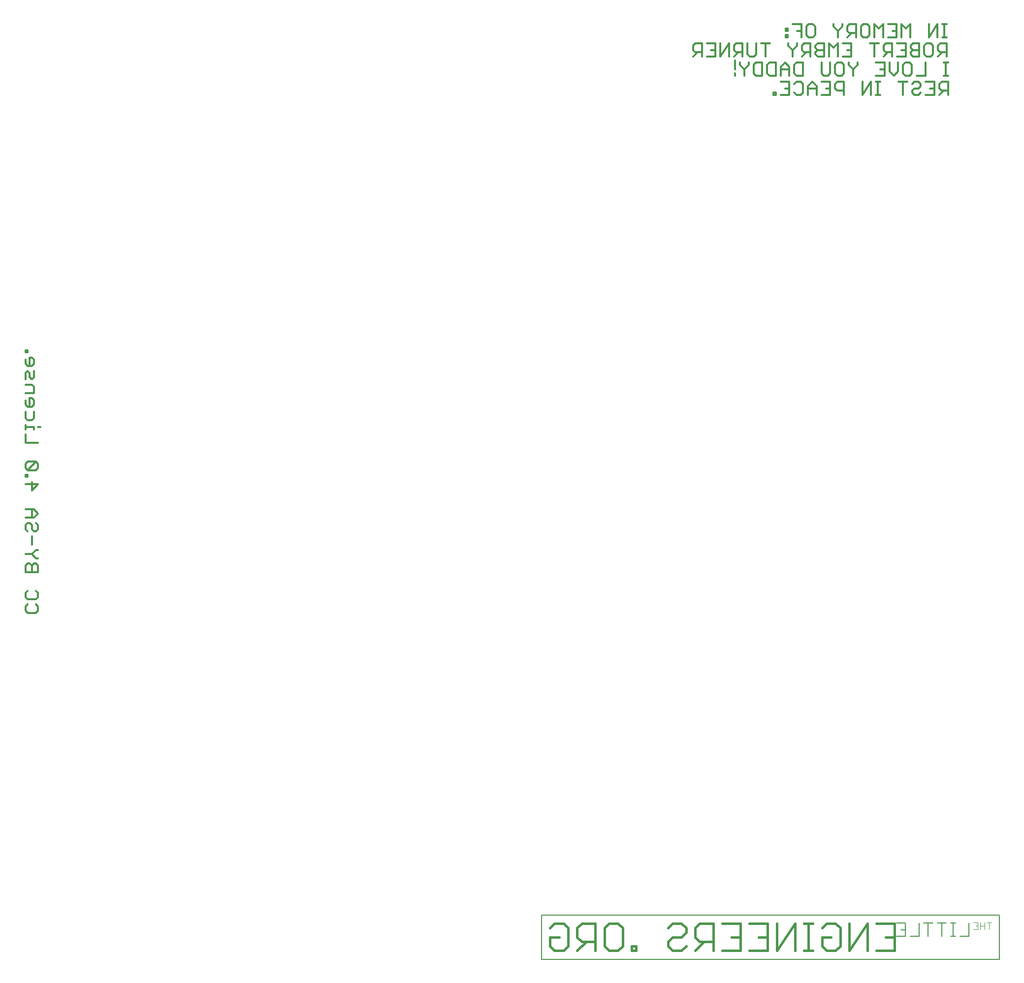
<source format=gbr>
G04 EAGLE Gerber RS-274X export*
G75*
%MOMM*%
%FSLAX34Y34*%
%LPD*%
%INSilkscreen Bottom*%
%IPPOS*%
%AMOC8*
5,1,8,0,0,1.08239X$1,22.5*%
G01*
%ADD10C,0.304800*%
%ADD11C,0.355600*%
%ADD12C,0.127000*%
%ADD13C,0.101600*%
%ADD14C,0.203200*%
%ADD15C,0.406400*%


D10*
X1888236Y1256284D02*
X1880779Y1256284D01*
X1884508Y1256284D02*
X1884508Y1278655D01*
X1888236Y1278655D02*
X1880779Y1278655D01*
X1872644Y1278655D02*
X1872644Y1256284D01*
X1857730Y1256284D02*
X1872644Y1278655D01*
X1857730Y1278655D02*
X1857730Y1256284D01*
X1825868Y1256284D02*
X1825868Y1278655D01*
X1818411Y1271198D01*
X1810954Y1278655D01*
X1810954Y1256284D01*
X1802480Y1278655D02*
X1787566Y1278655D01*
X1802480Y1278655D02*
X1802480Y1256284D01*
X1787566Y1256284D01*
X1795023Y1267470D02*
X1802480Y1267470D01*
X1779092Y1278655D02*
X1779092Y1256284D01*
X1771635Y1271198D02*
X1779092Y1278655D01*
X1771635Y1271198D02*
X1764178Y1278655D01*
X1764178Y1256284D01*
X1751976Y1278655D02*
X1744519Y1278655D01*
X1751976Y1278655D02*
X1755704Y1274927D01*
X1755704Y1260013D01*
X1751976Y1256284D01*
X1744519Y1256284D01*
X1740790Y1260013D01*
X1740790Y1274927D01*
X1744519Y1278655D01*
X1732316Y1278655D02*
X1732316Y1256284D01*
X1732316Y1278655D02*
X1721131Y1278655D01*
X1717402Y1274927D01*
X1717402Y1267470D01*
X1721131Y1263741D01*
X1732316Y1263741D01*
X1724859Y1263741D02*
X1717402Y1256284D01*
X1708928Y1274927D02*
X1708928Y1278655D01*
X1708928Y1274927D02*
X1701471Y1267470D01*
X1694014Y1274927D01*
X1694014Y1278655D01*
X1701471Y1267470D02*
X1701471Y1256284D01*
X1658424Y1278655D02*
X1650967Y1278655D01*
X1658424Y1278655D02*
X1662152Y1274927D01*
X1662152Y1260013D01*
X1658424Y1256284D01*
X1650967Y1256284D01*
X1647238Y1260013D01*
X1647238Y1274927D01*
X1650967Y1278655D01*
X1638764Y1278655D02*
X1638764Y1256284D01*
X1638764Y1278655D02*
X1623850Y1278655D01*
X1631307Y1267470D02*
X1638764Y1267470D01*
X1615376Y1271198D02*
X1611648Y1271198D01*
X1611648Y1267470D01*
X1615376Y1267470D01*
X1615376Y1271198D01*
X1615376Y1260013D02*
X1611648Y1260013D01*
X1611648Y1256284D01*
X1615376Y1256284D01*
X1615376Y1260013D01*
X1888236Y1245635D02*
X1888236Y1223264D01*
X1888236Y1245635D02*
X1877050Y1245635D01*
X1873322Y1241907D01*
X1873322Y1234450D01*
X1877050Y1230721D01*
X1888236Y1230721D01*
X1880779Y1230721D02*
X1873322Y1223264D01*
X1861120Y1245635D02*
X1853663Y1245635D01*
X1861120Y1245635D02*
X1864848Y1241907D01*
X1864848Y1226993D01*
X1861120Y1223264D01*
X1853663Y1223264D01*
X1849934Y1226993D01*
X1849934Y1241907D01*
X1853663Y1245635D01*
X1841460Y1245635D02*
X1841460Y1223264D01*
X1841460Y1245635D02*
X1830275Y1245635D01*
X1826546Y1241907D01*
X1826546Y1238178D01*
X1830275Y1234450D01*
X1826546Y1230721D01*
X1826546Y1226993D01*
X1830275Y1223264D01*
X1841460Y1223264D01*
X1841460Y1234450D02*
X1830275Y1234450D01*
X1818072Y1245635D02*
X1803158Y1245635D01*
X1818072Y1245635D02*
X1818072Y1223264D01*
X1803158Y1223264D01*
X1810615Y1234450D02*
X1818072Y1234450D01*
X1794684Y1245635D02*
X1794684Y1223264D01*
X1794684Y1245635D02*
X1783499Y1245635D01*
X1779770Y1241907D01*
X1779770Y1234450D01*
X1783499Y1230721D01*
X1794684Y1230721D01*
X1787227Y1230721D02*
X1779770Y1223264D01*
X1763839Y1223264D02*
X1763839Y1245635D01*
X1771296Y1245635D02*
X1756382Y1245635D01*
X1724520Y1245635D02*
X1709606Y1245635D01*
X1724520Y1245635D02*
X1724520Y1223264D01*
X1709606Y1223264D01*
X1717063Y1234450D02*
X1724520Y1234450D01*
X1701132Y1245635D02*
X1701132Y1223264D01*
X1693675Y1238178D02*
X1701132Y1245635D01*
X1693675Y1238178D02*
X1686218Y1245635D01*
X1686218Y1223264D01*
X1677744Y1223264D02*
X1677744Y1245635D01*
X1666559Y1245635D01*
X1662830Y1241907D01*
X1662830Y1238178D01*
X1666559Y1234450D01*
X1662830Y1230721D01*
X1662830Y1226993D01*
X1666559Y1223264D01*
X1677744Y1223264D01*
X1677744Y1234450D02*
X1666559Y1234450D01*
X1654356Y1245635D02*
X1654356Y1223264D01*
X1654356Y1245635D02*
X1643171Y1245635D01*
X1639442Y1241907D01*
X1639442Y1234450D01*
X1643171Y1230721D01*
X1654356Y1230721D01*
X1646899Y1230721D02*
X1639442Y1223264D01*
X1630968Y1241907D02*
X1630968Y1245635D01*
X1630968Y1241907D02*
X1623511Y1234450D01*
X1616054Y1241907D01*
X1616054Y1245635D01*
X1623511Y1234450D02*
X1623511Y1223264D01*
X1576735Y1223264D02*
X1576735Y1245635D01*
X1584192Y1245635D02*
X1569278Y1245635D01*
X1560804Y1245635D02*
X1560804Y1226993D01*
X1557076Y1223264D01*
X1549619Y1223264D01*
X1545890Y1226993D01*
X1545890Y1245635D01*
X1537416Y1245635D02*
X1537416Y1223264D01*
X1537416Y1245635D02*
X1526231Y1245635D01*
X1522502Y1241907D01*
X1522502Y1234450D01*
X1526231Y1230721D01*
X1537416Y1230721D01*
X1529959Y1230721D02*
X1522502Y1223264D01*
X1514029Y1223264D02*
X1514029Y1245635D01*
X1499114Y1223264D01*
X1499114Y1245635D01*
X1490641Y1245635D02*
X1475726Y1245635D01*
X1490641Y1245635D02*
X1490641Y1223264D01*
X1475726Y1223264D01*
X1483184Y1234450D02*
X1490641Y1234450D01*
X1467253Y1245635D02*
X1467253Y1223264D01*
X1467253Y1245635D02*
X1456067Y1245635D01*
X1452339Y1241907D01*
X1452339Y1234450D01*
X1456067Y1230721D01*
X1467253Y1230721D01*
X1459796Y1230721D02*
X1452339Y1223264D01*
X1883319Y1190244D02*
X1890776Y1190244D01*
X1887048Y1190244D02*
X1887048Y1212615D01*
X1890776Y1212615D02*
X1883319Y1212615D01*
X1851796Y1212615D02*
X1851796Y1190244D01*
X1836882Y1190244D01*
X1824680Y1212615D02*
X1817223Y1212615D01*
X1824680Y1212615D02*
X1828408Y1208887D01*
X1828408Y1193973D01*
X1824680Y1190244D01*
X1817223Y1190244D01*
X1813494Y1193973D01*
X1813494Y1208887D01*
X1817223Y1212615D01*
X1805020Y1212615D02*
X1805020Y1197701D01*
X1797563Y1190244D01*
X1790106Y1197701D01*
X1790106Y1212615D01*
X1781632Y1212615D02*
X1766718Y1212615D01*
X1781632Y1212615D02*
X1781632Y1190244D01*
X1766718Y1190244D01*
X1774175Y1201430D02*
X1781632Y1201430D01*
X1734856Y1208887D02*
X1734856Y1212615D01*
X1734856Y1208887D02*
X1727399Y1201430D01*
X1719942Y1208887D01*
X1719942Y1212615D01*
X1727399Y1201430D02*
X1727399Y1190244D01*
X1707740Y1212615D02*
X1700283Y1212615D01*
X1707740Y1212615D02*
X1711468Y1208887D01*
X1711468Y1193973D01*
X1707740Y1190244D01*
X1700283Y1190244D01*
X1696554Y1193973D01*
X1696554Y1208887D01*
X1700283Y1212615D01*
X1688080Y1212615D02*
X1688080Y1193973D01*
X1684352Y1190244D01*
X1676895Y1190244D01*
X1673166Y1193973D01*
X1673166Y1212615D01*
X1641304Y1212615D02*
X1641304Y1190244D01*
X1630119Y1190244D01*
X1626390Y1193973D01*
X1626390Y1208887D01*
X1630119Y1212615D01*
X1641304Y1212615D01*
X1617916Y1205158D02*
X1617916Y1190244D01*
X1617916Y1205158D02*
X1610459Y1212615D01*
X1603002Y1205158D01*
X1603002Y1190244D01*
X1603002Y1201430D02*
X1617916Y1201430D01*
X1594528Y1212615D02*
X1594528Y1190244D01*
X1583343Y1190244D01*
X1579614Y1193973D01*
X1579614Y1208887D01*
X1583343Y1212615D01*
X1594528Y1212615D01*
X1571140Y1212615D02*
X1571140Y1190244D01*
X1559955Y1190244D01*
X1556226Y1193973D01*
X1556226Y1208887D01*
X1559955Y1212615D01*
X1571140Y1212615D01*
X1547752Y1212615D02*
X1547752Y1208887D01*
X1540295Y1201430D01*
X1532838Y1208887D01*
X1532838Y1212615D01*
X1540295Y1201430D02*
X1540295Y1190244D01*
X1524365Y1190244D02*
X1524365Y1193973D01*
X1524365Y1201430D02*
X1524365Y1216344D01*
X1890776Y1179595D02*
X1890776Y1157224D01*
X1890776Y1179595D02*
X1879590Y1179595D01*
X1875862Y1175867D01*
X1875862Y1168410D01*
X1879590Y1164681D01*
X1890776Y1164681D01*
X1883319Y1164681D02*
X1875862Y1157224D01*
X1867388Y1179595D02*
X1852474Y1179595D01*
X1867388Y1179595D02*
X1867388Y1157224D01*
X1852474Y1157224D01*
X1859931Y1168410D02*
X1867388Y1168410D01*
X1832815Y1179595D02*
X1829086Y1175867D01*
X1832815Y1179595D02*
X1840272Y1179595D01*
X1844000Y1175867D01*
X1844000Y1172138D01*
X1840272Y1168410D01*
X1832815Y1168410D01*
X1829086Y1164681D01*
X1829086Y1160953D01*
X1832815Y1157224D01*
X1840272Y1157224D01*
X1844000Y1160953D01*
X1813155Y1157224D02*
X1813155Y1179595D01*
X1820612Y1179595D02*
X1805698Y1179595D01*
X1773836Y1157224D02*
X1766379Y1157224D01*
X1770108Y1157224D02*
X1770108Y1179595D01*
X1773836Y1179595D02*
X1766379Y1179595D01*
X1758244Y1179595D02*
X1758244Y1157224D01*
X1743330Y1157224D02*
X1758244Y1179595D01*
X1743330Y1179595D02*
X1743330Y1157224D01*
X1711468Y1157224D02*
X1711468Y1179595D01*
X1700283Y1179595D01*
X1696554Y1175867D01*
X1696554Y1168410D01*
X1700283Y1164681D01*
X1711468Y1164681D01*
X1688080Y1179595D02*
X1673166Y1179595D01*
X1688080Y1179595D02*
X1688080Y1157224D01*
X1673166Y1157224D01*
X1680623Y1168410D02*
X1688080Y1168410D01*
X1664692Y1172138D02*
X1664692Y1157224D01*
X1664692Y1172138D02*
X1657235Y1179595D01*
X1649778Y1172138D01*
X1649778Y1157224D01*
X1649778Y1168410D02*
X1664692Y1168410D01*
X1630119Y1179595D02*
X1626390Y1175867D01*
X1630119Y1179595D02*
X1637576Y1179595D01*
X1641304Y1175867D01*
X1641304Y1160953D01*
X1637576Y1157224D01*
X1630119Y1157224D01*
X1626390Y1160953D01*
X1617916Y1179595D02*
X1603002Y1179595D01*
X1617916Y1179595D02*
X1617916Y1157224D01*
X1603002Y1157224D01*
X1610459Y1168410D02*
X1617916Y1168410D01*
X1594528Y1160953D02*
X1594528Y1157224D01*
X1594528Y1160953D02*
X1590800Y1160953D01*
X1590800Y1157224D01*
X1594528Y1157224D01*
D11*
X325901Y276869D02*
X322257Y280513D01*
X325901Y276869D02*
X325901Y269582D01*
X322257Y265938D01*
X307682Y265938D01*
X304038Y269582D01*
X304038Y276869D01*
X307682Y280513D01*
X325901Y300257D02*
X322257Y303901D01*
X325901Y300257D02*
X325901Y292970D01*
X322257Y289326D01*
X307682Y289326D01*
X304038Y292970D01*
X304038Y300257D01*
X307682Y303901D01*
X304038Y336102D02*
X325901Y336102D01*
X325901Y347033D01*
X322257Y350677D01*
X318613Y350677D01*
X314969Y347033D01*
X311326Y350677D01*
X307682Y350677D01*
X304038Y347033D01*
X304038Y336102D01*
X314969Y336102D02*
X314969Y347033D01*
X322257Y359490D02*
X325901Y359490D01*
X322257Y359490D02*
X314969Y366777D01*
X322257Y374065D01*
X325901Y374065D01*
X314969Y366777D02*
X304038Y366777D01*
X314969Y382878D02*
X314969Y397453D01*
X325901Y417197D02*
X322257Y420841D01*
X325901Y417197D02*
X325901Y409910D01*
X322257Y406266D01*
X318613Y406266D01*
X314969Y409910D01*
X314969Y417197D01*
X311326Y420841D01*
X307682Y420841D01*
X304038Y417197D01*
X304038Y409910D01*
X307682Y406266D01*
X304038Y429654D02*
X318613Y429654D01*
X325901Y436941D01*
X318613Y444229D01*
X304038Y444229D01*
X314969Y444229D02*
X314969Y429654D01*
X304038Y487361D02*
X325901Y487361D01*
X314969Y476430D01*
X314969Y491005D01*
X307682Y499818D02*
X304038Y499818D01*
X307682Y499818D02*
X307682Y503461D01*
X304038Y503461D01*
X304038Y499818D01*
X307682Y511512D02*
X322257Y511512D01*
X325901Y515155D01*
X325901Y522443D01*
X322257Y526087D01*
X307682Y526087D01*
X304038Y522443D01*
X304038Y515155D01*
X307682Y511512D01*
X322257Y526087D01*
X325901Y558288D02*
X304038Y558288D01*
X304038Y572863D01*
X318613Y581676D02*
X318613Y585319D01*
X304038Y585319D01*
X304038Y581676D02*
X304038Y588963D01*
X325901Y585319D02*
X329544Y585319D01*
X318613Y600911D02*
X318613Y611843D01*
X318613Y600911D02*
X314969Y597268D01*
X307682Y597268D01*
X304038Y600911D01*
X304038Y611843D01*
X304038Y624299D02*
X304038Y631587D01*
X304038Y624299D02*
X307682Y620656D01*
X314969Y620656D01*
X318613Y624299D01*
X318613Y631587D01*
X314969Y635231D01*
X311326Y635231D01*
X311326Y620656D01*
X318613Y644043D02*
X304038Y644043D01*
X318613Y644043D02*
X318613Y654975D01*
X314969Y658619D01*
X304038Y658619D01*
X304038Y667431D02*
X304038Y678363D01*
X307682Y682007D01*
X311326Y678363D01*
X311326Y671075D01*
X314969Y667431D01*
X318613Y671075D01*
X318613Y682007D01*
X304038Y694463D02*
X304038Y701751D01*
X304038Y694463D02*
X307682Y690819D01*
X314969Y690819D01*
X318613Y694463D01*
X318613Y701751D01*
X314969Y705395D01*
X311326Y705395D01*
X311326Y690819D01*
X307682Y714207D02*
X304038Y714207D01*
X307682Y714207D02*
X307682Y717851D01*
X304038Y717851D01*
X304038Y714207D01*
D12*
X1191260Y-254000D02*
X1978660Y-254000D01*
X1978660Y-330200D02*
X1191260Y-330200D01*
X1978660Y-330200D02*
X1978660Y-254000D01*
X1191260Y-254000D02*
X1191260Y-330200D01*
D13*
X1961554Y-278892D02*
X1961554Y-267198D01*
X1965452Y-267198D02*
X1957656Y-267198D01*
X1953758Y-267198D02*
X1953758Y-278892D01*
X1953758Y-273045D02*
X1945962Y-273045D01*
X1945962Y-267198D02*
X1945962Y-278892D01*
X1942064Y-267198D02*
X1934268Y-267198D01*
X1942064Y-267198D02*
X1942064Y-278892D01*
X1934268Y-278892D01*
X1938166Y-273045D02*
X1942064Y-273045D01*
D14*
X1926844Y-267696D02*
X1926844Y-291084D01*
X1911252Y-291084D01*
X1903456Y-291084D02*
X1895660Y-291084D01*
X1899558Y-291084D02*
X1899558Y-267696D01*
X1903456Y-267696D02*
X1895660Y-267696D01*
X1880068Y-267696D02*
X1880068Y-291084D01*
X1887864Y-267696D02*
X1872272Y-267696D01*
X1856680Y-267696D02*
X1856680Y-291084D01*
X1864476Y-267696D02*
X1848884Y-267696D01*
X1841088Y-267696D02*
X1841088Y-291084D01*
X1825496Y-291084D01*
X1817700Y-267696D02*
X1802108Y-267696D01*
X1817700Y-267696D02*
X1817700Y-291084D01*
X1802108Y-291084D01*
X1809904Y-279390D02*
X1817700Y-279390D01*
D15*
X1798828Y-268692D02*
X1767644Y-268692D01*
X1798828Y-268692D02*
X1798828Y-315468D01*
X1767644Y-315468D01*
X1783236Y-292080D02*
X1798828Y-292080D01*
X1752052Y-315468D02*
X1752052Y-268692D01*
X1720868Y-315468D01*
X1720868Y-268692D01*
X1681888Y-268692D02*
X1674092Y-276488D01*
X1681888Y-268692D02*
X1697480Y-268692D01*
X1705276Y-276488D01*
X1705276Y-307672D01*
X1697480Y-315468D01*
X1681888Y-315468D01*
X1674092Y-307672D01*
X1674092Y-292080D01*
X1689684Y-292080D01*
X1658500Y-315468D02*
X1642908Y-315468D01*
X1650704Y-315468D02*
X1650704Y-268692D01*
X1658500Y-268692D02*
X1642908Y-268692D01*
X1627316Y-268692D02*
X1627316Y-315468D01*
X1596132Y-315468D02*
X1627316Y-268692D01*
X1596132Y-268692D02*
X1596132Y-315468D01*
X1580540Y-268692D02*
X1549356Y-268692D01*
X1580540Y-268692D02*
X1580540Y-315468D01*
X1549356Y-315468D01*
X1564948Y-292080D02*
X1580540Y-292080D01*
X1533764Y-268692D02*
X1502580Y-268692D01*
X1533764Y-268692D02*
X1533764Y-315468D01*
X1502580Y-315468D01*
X1518172Y-292080D02*
X1533764Y-292080D01*
X1486988Y-315468D02*
X1486988Y-268692D01*
X1463600Y-268692D01*
X1455804Y-276488D01*
X1455804Y-292080D01*
X1463600Y-299876D01*
X1486988Y-299876D01*
X1471396Y-299876D02*
X1455804Y-315468D01*
X1409028Y-276488D02*
X1416824Y-268692D01*
X1432416Y-268692D01*
X1440212Y-276488D01*
X1440212Y-284284D01*
X1432416Y-292080D01*
X1416824Y-292080D01*
X1409028Y-299876D01*
X1409028Y-307672D01*
X1416824Y-315468D01*
X1432416Y-315468D01*
X1440212Y-307672D01*
X1354328Y-307672D02*
X1354328Y-315468D01*
X1354328Y-307672D02*
X1346532Y-307672D01*
X1346532Y-315468D01*
X1354328Y-315468D01*
X1323144Y-268692D02*
X1307552Y-268692D01*
X1323144Y-268692D02*
X1330940Y-276488D01*
X1330940Y-307672D01*
X1323144Y-315468D01*
X1307552Y-315468D01*
X1299756Y-307672D01*
X1299756Y-276488D01*
X1307552Y-268692D01*
X1284164Y-268692D02*
X1284164Y-315468D01*
X1284164Y-268692D02*
X1260776Y-268692D01*
X1252980Y-276488D01*
X1252980Y-292080D01*
X1260776Y-299876D01*
X1284164Y-299876D01*
X1268572Y-299876D02*
X1252980Y-315468D01*
X1206204Y-276488D02*
X1214000Y-268692D01*
X1229592Y-268692D01*
X1237388Y-276488D01*
X1237388Y-307672D01*
X1229592Y-315468D01*
X1214000Y-315468D01*
X1206204Y-307672D01*
X1206204Y-292080D01*
X1221796Y-292080D01*
M02*

</source>
